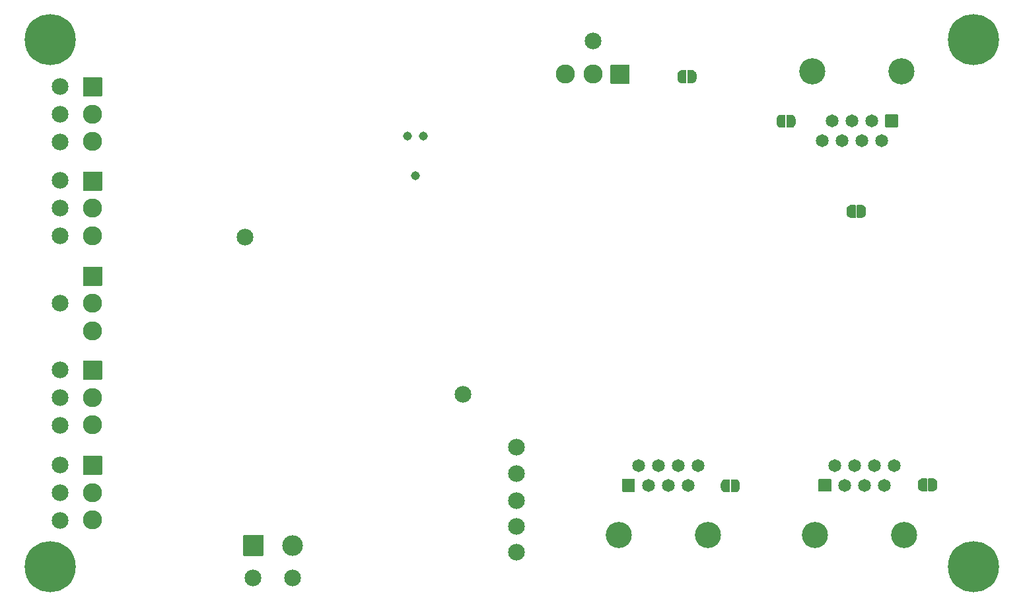
<source format=gbs>
G04 #@! TF.GenerationSoftware,KiCad,Pcbnew,6.0.10-86aedd382b~118~ubuntu18.04.1*
G04 #@! TF.CreationDate,2024-12-31T11:37:35-07:00*
G04 #@! TF.ProjectId,mss-switch,6d73732d-7377-4697-9463-682e6b696361,rev?*
G04 #@! TF.SameCoordinates,Original*
G04 #@! TF.FileFunction,Soldermask,Bot*
G04 #@! TF.FilePolarity,Negative*
%FSLAX46Y46*%
G04 Gerber Fmt 4.6, Leading zero omitted, Abs format (unit mm)*
G04 Created by KiCad (PCBNEW 6.0.10-86aedd382b~118~ubuntu18.04.1) date 2024-12-31 11:37:35*
%MOMM*%
%LPD*%
G01*
G04 APERTURE LIST*
%ADD10C,6.552400*%
%ADD11C,2.452400*%
%ADD12C,1.143000*%
%ADD13C,3.352400*%
%ADD14C,1.652400*%
%ADD15C,2.652400*%
%ADD16C,2.152400*%
G04 APERTURE END LIST*
D10*
X29718000Y-119888000D03*
G36*
G01*
X34029000Y-173200800D02*
X36329000Y-173200800D01*
G75*
G02*
X36405200Y-173277000I0J-76200D01*
G01*
X36405200Y-175577000D01*
G75*
G02*
X36329000Y-175653200I-76200J0D01*
G01*
X34029000Y-175653200D01*
G75*
G02*
X33952800Y-175577000I0J76200D01*
G01*
X33952800Y-173277000D01*
G75*
G02*
X34029000Y-173200800I76200J0D01*
G01*
G37*
D11*
X35179000Y-177927000D03*
X35179000Y-181427000D03*
G36*
G01*
X34029000Y-124686800D02*
X36329000Y-124686800D01*
G75*
G02*
X36405200Y-124763000I0J-76200D01*
G01*
X36405200Y-127063000D01*
G75*
G02*
X36329000Y-127139200I-76200J0D01*
G01*
X34029000Y-127139200D01*
G75*
G02*
X33952800Y-127063000I0J76200D01*
G01*
X33952800Y-124763000D01*
G75*
G02*
X34029000Y-124686800I76200J0D01*
G01*
G37*
X35179000Y-129413000D03*
X35179000Y-132913000D03*
D12*
X76581000Y-137287000D03*
X75565000Y-132207000D03*
X77597000Y-132207000D03*
D13*
X127797500Y-183328750D03*
X139227500Y-183328750D03*
G36*
G01*
X128241300Y-177728750D02*
X128241300Y-176228750D01*
G75*
G02*
X128317500Y-176152550I76200J0D01*
G01*
X129817500Y-176152550D01*
G75*
G02*
X129893700Y-176228750I0J-76200D01*
G01*
X129893700Y-177728750D01*
G75*
G02*
X129817500Y-177804950I-76200J0D01*
G01*
X128317500Y-177804950D01*
G75*
G02*
X128241300Y-177728750I0J76200D01*
G01*
G37*
D14*
X130337500Y-174438750D03*
X131607500Y-176978750D03*
X132877500Y-174438750D03*
X134147500Y-176978750D03*
X135417500Y-174438750D03*
X136687500Y-176978750D03*
X137957500Y-174438750D03*
G36*
G01*
X34029000Y-148943800D02*
X36329000Y-148943800D01*
G75*
G02*
X36405200Y-149020000I0J-76200D01*
G01*
X36405200Y-151320000D01*
G75*
G02*
X36329000Y-151396200I-76200J0D01*
G01*
X34029000Y-151396200D01*
G75*
G02*
X33952800Y-151320000I0J76200D01*
G01*
X33952800Y-149020000D01*
G75*
G02*
X34029000Y-148943800I76200J0D01*
G01*
G37*
D11*
X35179000Y-153670000D03*
X35179000Y-157170000D03*
G36*
G01*
X54466800Y-185954000D02*
X54466800Y-183454000D01*
G75*
G02*
X54543000Y-183377800I76200J0D01*
G01*
X57043000Y-183377800D01*
G75*
G02*
X57119200Y-183454000I0J-76200D01*
G01*
X57119200Y-185954000D01*
G75*
G02*
X57043000Y-186030200I-76200J0D01*
G01*
X54543000Y-186030200D01*
G75*
G02*
X54466800Y-185954000I0J76200D01*
G01*
G37*
D15*
X60793000Y-184704000D03*
G36*
G01*
X34029000Y-136751800D02*
X36329000Y-136751800D01*
G75*
G02*
X36405200Y-136828000I0J-76200D01*
G01*
X36405200Y-139128000D01*
G75*
G02*
X36329000Y-139204200I-76200J0D01*
G01*
X34029000Y-139204200D01*
G75*
G02*
X33952800Y-139128000I0J76200D01*
G01*
X33952800Y-136828000D01*
G75*
G02*
X34029000Y-136751800I76200J0D01*
G01*
G37*
D11*
X35179000Y-141478000D03*
X35179000Y-144978000D03*
D13*
X102616000Y-183348750D03*
X114046000Y-183348750D03*
G36*
G01*
X103059800Y-177748750D02*
X103059800Y-176248750D01*
G75*
G02*
X103136000Y-176172550I76200J0D01*
G01*
X104636000Y-176172550D01*
G75*
G02*
X104712200Y-176248750I0J-76200D01*
G01*
X104712200Y-177748750D01*
G75*
G02*
X104636000Y-177824950I-76200J0D01*
G01*
X103136000Y-177824950D01*
G75*
G02*
X103059800Y-177748750I0J76200D01*
G01*
G37*
D14*
X105156000Y-174458750D03*
X106426000Y-176998750D03*
X107696000Y-174458750D03*
X108966000Y-176998750D03*
X110236000Y-174458750D03*
X111506000Y-176998750D03*
X112776000Y-174458750D03*
G36*
G01*
X34029000Y-161008800D02*
X36329000Y-161008800D01*
G75*
G02*
X36405200Y-161085000I0J-76200D01*
G01*
X36405200Y-163385000D01*
G75*
G02*
X36329000Y-163461200I-76200J0D01*
G01*
X34029000Y-163461200D01*
G75*
G02*
X33952800Y-163385000I0J76200D01*
G01*
X33952800Y-161085000D01*
G75*
G02*
X34029000Y-161008800I76200J0D01*
G01*
G37*
D11*
X35179000Y-165735000D03*
X35179000Y-169235000D03*
G36*
G01*
X104040200Y-123125000D02*
X104040200Y-125425000D01*
G75*
G02*
X103964000Y-125501200I-76200J0D01*
G01*
X101664000Y-125501200D01*
G75*
G02*
X101587800Y-125425000I0J76200D01*
G01*
X101587800Y-123125000D01*
G75*
G02*
X101664000Y-123048800I76200J0D01*
G01*
X103964000Y-123048800D01*
G75*
G02*
X104040200Y-123125000I0J-76200D01*
G01*
G37*
X99314000Y-124275000D03*
X95814000Y-124275000D03*
D13*
X138902500Y-123932750D03*
X127472500Y-123932750D03*
G36*
G01*
X138458700Y-129532750D02*
X138458700Y-131032750D01*
G75*
G02*
X138382500Y-131108950I-76200J0D01*
G01*
X136882500Y-131108950D01*
G75*
G02*
X136806300Y-131032750I0J76200D01*
G01*
X136806300Y-129532750D01*
G75*
G02*
X136882500Y-129456550I76200J0D01*
G01*
X138382500Y-129456550D01*
G75*
G02*
X138458700Y-129532750I0J-76200D01*
G01*
G37*
D14*
X136362500Y-132822750D03*
X135092500Y-130282750D03*
X133822500Y-132822750D03*
X132552500Y-130282750D03*
X131282500Y-132822750D03*
X130012500Y-130282750D03*
X128742500Y-132822750D03*
D10*
X29718000Y-187452000D03*
X148082000Y-187412750D03*
X148082000Y-119848750D03*
D16*
X30988000Y-181483000D03*
X30988000Y-162179000D03*
G36*
X117053020Y-177846373D02*
G01*
X117026958Y-177801232D01*
X117025800Y-177788000D01*
X117025800Y-176288000D01*
X117043627Y-176239020D01*
X117088768Y-176212958D01*
X117102000Y-176211800D01*
X117602000Y-176211800D01*
X117616334Y-176217017D01*
X117683337Y-176218245D01*
X117704664Y-176221699D01*
X117839979Y-176263974D01*
X117859480Y-176273275D01*
X117977490Y-176351830D01*
X117993596Y-176366231D01*
X118084816Y-176474750D01*
X118096233Y-176493092D01*
X118153328Y-176622851D01*
X118159138Y-176643660D01*
X118176060Y-176773068D01*
X118177042Y-176774768D01*
X118178200Y-176788000D01*
X118178200Y-177288000D01*
X118177448Y-177290066D01*
X118177256Y-177305833D01*
X118155445Y-177445910D01*
X118149128Y-177466570D01*
X118088880Y-177594895D01*
X118077018Y-177612953D01*
X117983174Y-177719211D01*
X117966721Y-177733213D01*
X117846826Y-177808861D01*
X117827105Y-177817683D01*
X117690798Y-177856640D01*
X117669392Y-177859573D01*
X117621745Y-177859282D01*
X117615232Y-177863042D01*
X117602000Y-177864200D01*
X117102000Y-177864200D01*
X117053020Y-177846373D01*
G37*
G36*
X116287919Y-177859075D02*
G01*
X116227630Y-177858707D01*
X116206262Y-177855513D01*
X116070441Y-177814894D01*
X116050828Y-177805832D01*
X115931866Y-177728725D01*
X115915585Y-177714522D01*
X115823047Y-177607125D01*
X115811408Y-177588924D01*
X115752731Y-177459872D01*
X115746667Y-177439135D01*
X115726570Y-177298802D01*
X115725800Y-177288000D01*
X115725800Y-176788000D01*
X115725806Y-176787071D01*
X115725955Y-176774855D01*
X115727005Y-176763142D01*
X115750525Y-176623341D01*
X115757094Y-176602758D01*
X115818906Y-176475179D01*
X115830987Y-176457268D01*
X115926122Y-176352164D01*
X115942745Y-176338363D01*
X116063555Y-176264186D01*
X116083383Y-176255606D01*
X116220156Y-176218317D01*
X116241596Y-176215647D01*
X116282802Y-176216402D01*
X116288768Y-176212958D01*
X116302000Y-176211800D01*
X116802000Y-176211800D01*
X116850980Y-176229627D01*
X116877042Y-176274768D01*
X116878200Y-176288000D01*
X116878200Y-177788000D01*
X116860373Y-177836980D01*
X116815232Y-177863042D01*
X116802000Y-177864200D01*
X116302000Y-177864200D01*
X116287919Y-177859075D01*
G37*
X30988000Y-141478000D03*
X31002000Y-174371000D03*
X60833000Y-188849000D03*
X54737000Y-145161000D03*
G36*
X111480020Y-125395373D02*
G01*
X111453958Y-125350232D01*
X111452800Y-125337000D01*
X111452800Y-123837000D01*
X111470627Y-123788020D01*
X111515768Y-123761958D01*
X111529000Y-123760800D01*
X112029000Y-123760800D01*
X112043334Y-123766017D01*
X112110337Y-123767245D01*
X112131664Y-123770699D01*
X112266979Y-123812974D01*
X112286480Y-123822275D01*
X112404490Y-123900830D01*
X112420596Y-123915231D01*
X112511816Y-124023750D01*
X112523233Y-124042092D01*
X112580328Y-124171851D01*
X112586138Y-124192660D01*
X112603060Y-124322068D01*
X112604042Y-124323768D01*
X112605200Y-124337000D01*
X112605200Y-124837000D01*
X112604448Y-124839066D01*
X112604256Y-124854833D01*
X112582445Y-124994910D01*
X112576128Y-125015570D01*
X112515880Y-125143895D01*
X112504018Y-125161953D01*
X112410174Y-125268211D01*
X112393721Y-125282213D01*
X112273826Y-125357861D01*
X112254105Y-125366683D01*
X112117798Y-125405640D01*
X112096392Y-125408573D01*
X112048745Y-125408282D01*
X112042232Y-125412042D01*
X112029000Y-125413200D01*
X111529000Y-125413200D01*
X111480020Y-125395373D01*
G37*
G36*
X110714919Y-125408075D02*
G01*
X110654630Y-125407707D01*
X110633262Y-125404513D01*
X110497441Y-125363894D01*
X110477828Y-125354832D01*
X110358866Y-125277725D01*
X110342585Y-125263522D01*
X110250047Y-125156125D01*
X110238408Y-125137924D01*
X110179731Y-125008872D01*
X110173667Y-124988135D01*
X110153570Y-124847802D01*
X110152800Y-124837000D01*
X110152800Y-124337000D01*
X110152806Y-124336071D01*
X110152955Y-124323855D01*
X110154005Y-124312142D01*
X110177525Y-124172341D01*
X110184094Y-124151758D01*
X110245906Y-124024179D01*
X110257987Y-124006268D01*
X110353122Y-123901164D01*
X110369745Y-123887363D01*
X110490555Y-123813186D01*
X110510383Y-123804606D01*
X110647156Y-123767317D01*
X110668596Y-123764647D01*
X110709802Y-123765402D01*
X110715768Y-123761958D01*
X110729000Y-123760800D01*
X111229000Y-123760800D01*
X111277980Y-123778627D01*
X111304042Y-123823768D01*
X111305200Y-123837000D01*
X111305200Y-125337000D01*
X111287373Y-125385980D01*
X111242232Y-125412042D01*
X111229000Y-125413200D01*
X110729000Y-125413200D01*
X110714919Y-125408075D01*
G37*
X30988000Y-125857000D03*
X99314000Y-120015000D03*
G36*
X142341020Y-177719373D02*
G01*
X142314958Y-177674232D01*
X142313800Y-177661000D01*
X142313800Y-176161000D01*
X142331627Y-176112020D01*
X142376768Y-176085958D01*
X142390000Y-176084800D01*
X142890000Y-176084800D01*
X142904334Y-176090017D01*
X142971337Y-176091245D01*
X142992664Y-176094699D01*
X143127979Y-176136974D01*
X143147480Y-176146275D01*
X143265490Y-176224830D01*
X143281596Y-176239231D01*
X143372816Y-176347750D01*
X143384233Y-176366092D01*
X143441328Y-176495851D01*
X143447138Y-176516660D01*
X143464060Y-176646068D01*
X143465042Y-176647768D01*
X143466200Y-176661000D01*
X143466200Y-177161000D01*
X143465448Y-177163066D01*
X143465256Y-177178833D01*
X143443445Y-177318910D01*
X143437128Y-177339570D01*
X143376880Y-177467895D01*
X143365018Y-177485953D01*
X143271174Y-177592211D01*
X143254721Y-177606213D01*
X143134826Y-177681861D01*
X143115105Y-177690683D01*
X142978798Y-177729640D01*
X142957392Y-177732573D01*
X142909745Y-177732282D01*
X142903232Y-177736042D01*
X142890000Y-177737200D01*
X142390000Y-177737200D01*
X142341020Y-177719373D01*
G37*
G36*
X141575919Y-177732075D02*
G01*
X141515630Y-177731707D01*
X141494262Y-177728513D01*
X141358441Y-177687894D01*
X141338828Y-177678832D01*
X141219866Y-177601725D01*
X141203585Y-177587522D01*
X141111047Y-177480125D01*
X141099408Y-177461924D01*
X141040731Y-177332872D01*
X141034667Y-177312135D01*
X141014570Y-177171802D01*
X141013800Y-177161000D01*
X141013800Y-176661000D01*
X141013806Y-176660071D01*
X141013955Y-176647855D01*
X141015005Y-176636142D01*
X141038525Y-176496341D01*
X141045094Y-176475758D01*
X141106906Y-176348179D01*
X141118987Y-176330268D01*
X141214122Y-176225164D01*
X141230745Y-176211363D01*
X141351555Y-176137186D01*
X141371383Y-176128606D01*
X141508156Y-176091317D01*
X141529596Y-176088647D01*
X141570802Y-176089402D01*
X141576768Y-176085958D01*
X141590000Y-176084800D01*
X142090000Y-176084800D01*
X142138980Y-176102627D01*
X142165042Y-176147768D01*
X142166200Y-176161000D01*
X142166200Y-177661000D01*
X142148373Y-177709980D01*
X142103232Y-177736042D01*
X142090000Y-177737200D01*
X141590000Y-177737200D01*
X141575919Y-177732075D01*
G37*
X89535000Y-178943000D03*
X30988000Y-153670000D03*
G36*
X133197020Y-142667373D02*
G01*
X133170958Y-142622232D01*
X133169800Y-142609000D01*
X133169800Y-141109000D01*
X133187627Y-141060020D01*
X133232768Y-141033958D01*
X133246000Y-141032800D01*
X133746000Y-141032800D01*
X133760334Y-141038017D01*
X133827337Y-141039245D01*
X133848664Y-141042699D01*
X133983979Y-141084974D01*
X134003480Y-141094275D01*
X134121490Y-141172830D01*
X134137596Y-141187231D01*
X134228816Y-141295750D01*
X134240233Y-141314092D01*
X134297328Y-141443851D01*
X134303138Y-141464660D01*
X134320060Y-141594068D01*
X134321042Y-141595768D01*
X134322200Y-141609000D01*
X134322200Y-142109000D01*
X134321448Y-142111066D01*
X134321256Y-142126833D01*
X134299445Y-142266910D01*
X134293128Y-142287570D01*
X134232880Y-142415895D01*
X134221018Y-142433953D01*
X134127174Y-142540211D01*
X134110721Y-142554213D01*
X133990826Y-142629861D01*
X133971105Y-142638683D01*
X133834798Y-142677640D01*
X133813392Y-142680573D01*
X133765745Y-142680282D01*
X133759232Y-142684042D01*
X133746000Y-142685200D01*
X133246000Y-142685200D01*
X133197020Y-142667373D01*
G37*
G36*
X132431919Y-142680075D02*
G01*
X132371630Y-142679707D01*
X132350262Y-142676513D01*
X132214441Y-142635894D01*
X132194828Y-142626832D01*
X132075866Y-142549725D01*
X132059585Y-142535522D01*
X131967047Y-142428125D01*
X131955408Y-142409924D01*
X131896731Y-142280872D01*
X131890667Y-142260135D01*
X131870570Y-142119802D01*
X131869800Y-142109000D01*
X131869800Y-141609000D01*
X131869806Y-141608071D01*
X131869955Y-141595855D01*
X131871005Y-141584142D01*
X131894525Y-141444341D01*
X131901094Y-141423758D01*
X131962906Y-141296179D01*
X131974987Y-141278268D01*
X132070122Y-141173164D01*
X132086745Y-141159363D01*
X132207555Y-141085186D01*
X132227383Y-141076606D01*
X132364156Y-141039317D01*
X132385596Y-141036647D01*
X132426802Y-141037402D01*
X132432768Y-141033958D01*
X132446000Y-141032800D01*
X132946000Y-141032800D01*
X132994980Y-141050627D01*
X133021042Y-141095768D01*
X133022200Y-141109000D01*
X133022200Y-142609000D01*
X133004373Y-142657980D01*
X132959232Y-142684042D01*
X132946000Y-142685200D01*
X132446000Y-142685200D01*
X132431919Y-142680075D01*
G37*
X30988000Y-165735000D03*
G36*
X123977980Y-129493627D02*
G01*
X124004042Y-129538768D01*
X124005200Y-129552000D01*
X124005200Y-131052000D01*
X123987373Y-131100980D01*
X123942232Y-131127042D01*
X123929000Y-131128200D01*
X123429000Y-131128200D01*
X123414666Y-131122983D01*
X123347663Y-131121755D01*
X123326336Y-131118301D01*
X123191021Y-131076026D01*
X123171520Y-131066725D01*
X123053510Y-130988170D01*
X123037404Y-130973769D01*
X122946184Y-130865250D01*
X122934767Y-130846908D01*
X122877672Y-130717149D01*
X122871862Y-130696340D01*
X122854940Y-130566932D01*
X122853958Y-130565232D01*
X122852800Y-130552000D01*
X122852800Y-130052000D01*
X122853552Y-130049934D01*
X122853744Y-130034167D01*
X122875555Y-129894090D01*
X122881872Y-129873430D01*
X122942120Y-129745105D01*
X122953982Y-129727047D01*
X123047826Y-129620789D01*
X123064279Y-129606787D01*
X123184174Y-129531139D01*
X123203895Y-129522317D01*
X123340202Y-129483360D01*
X123361608Y-129480427D01*
X123409255Y-129480718D01*
X123415768Y-129476958D01*
X123429000Y-129475800D01*
X123929000Y-129475800D01*
X123977980Y-129493627D01*
G37*
G36*
X124743081Y-129480925D02*
G01*
X124803370Y-129481293D01*
X124824738Y-129484487D01*
X124960559Y-129525106D01*
X124980172Y-129534168D01*
X125099134Y-129611275D01*
X125115415Y-129625478D01*
X125207953Y-129732875D01*
X125219592Y-129751076D01*
X125278269Y-129880128D01*
X125284333Y-129900865D01*
X125304430Y-130041198D01*
X125305200Y-130052000D01*
X125305200Y-130552000D01*
X125305194Y-130552929D01*
X125305045Y-130565145D01*
X125303995Y-130576858D01*
X125280475Y-130716659D01*
X125273906Y-130737242D01*
X125212094Y-130864821D01*
X125200013Y-130882732D01*
X125104878Y-130987836D01*
X125088255Y-131001637D01*
X124967445Y-131075814D01*
X124947617Y-131084394D01*
X124810844Y-131121683D01*
X124789404Y-131124353D01*
X124748198Y-131123598D01*
X124742232Y-131127042D01*
X124729000Y-131128200D01*
X124229000Y-131128200D01*
X124180020Y-131110373D01*
X124153958Y-131065232D01*
X124152800Y-131052000D01*
X124152800Y-129552000D01*
X124170627Y-129503020D01*
X124215768Y-129476958D01*
X124229000Y-129475800D01*
X124729000Y-129475800D01*
X124743081Y-129480925D01*
G37*
X82677000Y-165354000D03*
X89535000Y-185547000D03*
X89535000Y-172085000D03*
X30988000Y-145034000D03*
X30988000Y-177927000D03*
X30988000Y-169291000D03*
X30988000Y-132969000D03*
X89535000Y-175514000D03*
X30988000Y-137922000D03*
X30988000Y-129413000D03*
X89535000Y-182245000D03*
X55753000Y-188849000D03*
M02*

</source>
